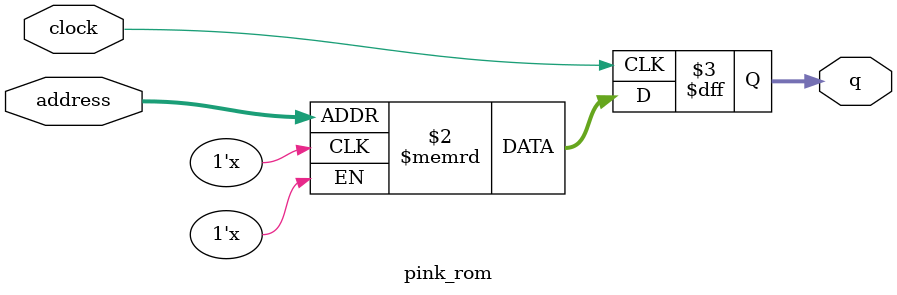
<source format=sv>
module pink_rom (
	input logic clock,
	input logic [8:0] address,
	output logic [4:0] q
);

logic [4:0] memory [0:399] /* synthesis ram_init_file = "./pink/pink.mif" */;

always_ff @ (posedge clock) begin
	q <= memory[address];
end

endmodule

</source>
